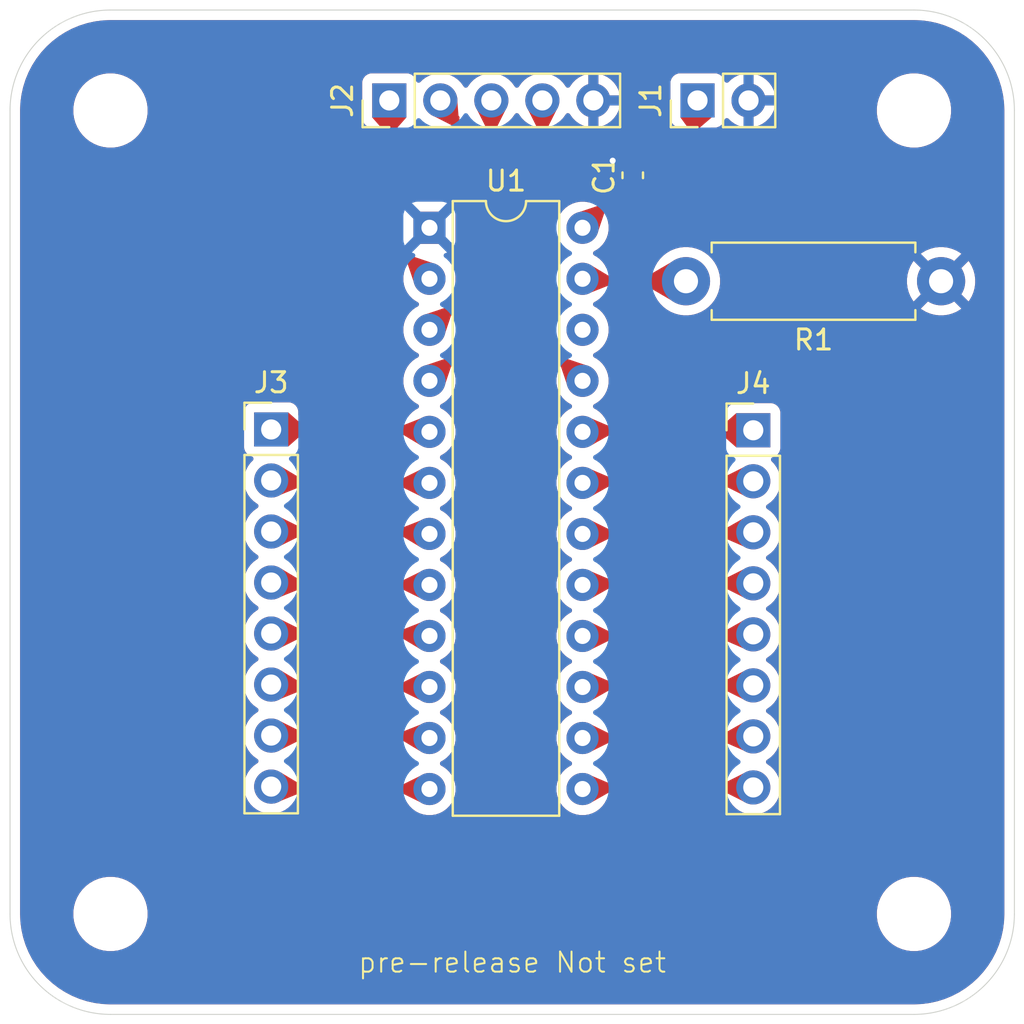
<source format=kicad_pcb>
(kicad_pcb (version 20241229) (generator "pcbnew") (generator_version "9.0")
  (title_block (title "DM13A breakout board") (date "${DATE}") (rev "{$VERSION}") (company "Neil Enns") (comment 1 "License: MIT"))
  (layers (0 "F.Cu" signal) (2 "B.Cu" signal) (13 "F.Paste" user) (15 "B.Paste" user) (5 "F.SilkS" user "F.Silkscreen") (7 "B.SilkS" user "B.Silkscreen") (1 "F.Mask" user) (3 "B.Mask" user) (25 "Edge.Cuts" user))
  (property "DATE" "Not set")
  (property "VERSION" "pre-release")
  (net 0 "")
  (net 1 "GND")
  (net 2 "+5V")
  (net 3 "Net-(J3-Pin_4)")
  (net 4 "Net-(J3-Pin_5)")
  (net 5 "Net-(J3-Pin_7)")
  (net 6 "Net-(J3-Pin_8)")
  (net 7 "Net-(J3-Pin_2)")
  (net 8 "Net-(J3-Pin_6)")
  (net 9 "Net-(J3-Pin_3)")
  (net 10 "Net-(J3-Pin_1)")
  (net 11 "Net-(J4-Pin_8)")
  (net 12 "Net-(J4-Pin_6)")
  (net 13 "Net-(J4-Pin_7)")
  (net 14 "Net-(J4-Pin_5)")
  (net 15 "Net-(J4-Pin_3)")
  (net 16 "Net-(J4-Pin_1)")
  (net 17 "Net-(J4-Pin_2)")
  (net 18 "Net-(J4-Pin_4)")
  (net 19 "/LATCH")
  (net 20 "/BRIGHTNESS")
  (net 21 "/DATA")
  (net 22 "/CLOCK")
  (net 23 "Net-(U1-REXT)")
  (footprint "MountingHole:MountingHole_3.2mm_M3" (layer "F.Cu") (at 95 95)
    (property "Reference" "H4" (hide yes))
    (property "Value" "MountingHole" (hide yes))
    (pad "" np_thru_hole circle (at 0 0) (size 3.2 3.2) (drill 3.2) (layers "*.Cu" "*.Mask"))
  )
  (footprint "Connector_PinHeader_2.54mm:PinHeader_1x02_P2.54mm_Vertical" (layer "F.Cu") (at 84.225 54.5 90)
    (property "Reference" "J1" (at 0 -2.33 90) (layer "F.SilkS"))
    (property "Value" "Conn_01x02" (hide yes))
    (fp_line (start -1.33 -1.33) (end 0 -1.33) (stroke (width 0.12)) (layer "F.SilkS"))
    (fp_line (start -1.33 0) (end -1.33 -1.33) (stroke (width 0.12)) (layer "F.SilkS"))
    (fp_line (start 1.33 1.27) (end 1.33 3.87) (stroke (width 0.12)) (layer "F.SilkS"))
    (fp_line (start -1.33 1.27) (end 1.33 1.27) (stroke (width 0.12)) (layer "F.SilkS"))
    (fp_line (start -1.33 1.27) (end -1.33 3.87) (stroke (width 0.12)) (layer "F.SilkS"))
    (fp_line (start -1.33 3.87) (end 1.33 3.87) (stroke (width 0.12)) (layer "F.SilkS"))
    (pad "1" thru_hole rect (at 0 0 90) (size 1.7 1.7) (drill 1) (layers "*.Cu" "*.Mask") (net 2 "+5V"))
    (pad "2" thru_hole oval (at 0 2.54 90) (size 1.7 1.7) (drill 1) (layers "*.Cu" "*.Mask") (net 1 "GND"))
  )
  (footprint "Resistor_THT:R_Axial_DIN0411_L9.9mm_D3.6mm_P12.70mm_Horizontal" (layer "F.Cu") (at 96.35 63.5 180)
    (property "Reference" "R1" (at 6.35 -2.92 0) (layer "F.SilkS"))
    (property "Value" "5k")
    (fp_line (start 11.42 1.92) (end 11.42 1.44) (stroke (width 0.12)) (layer "F.SilkS"))
    (fp_line (start 11.42 -1.92) (end 11.42 -1.44) (stroke (width 0.12)) (layer "F.SilkS"))
    (fp_line (start 1.28 1.92) (end 11.42 1.92) (stroke (width 0.12)) (layer "F.SilkS"))
    (fp_line (start 1.28 1.44) (end 1.28 1.92) (stroke (width 0.12)) (layer "F.SilkS"))
    (fp_line (start 1.28 -1.44) (end 1.28 -1.92) (stroke (width 0.12)) (layer "F.SilkS"))
    (fp_line (start 1.28 -1.92) (end 11.42 -1.92) (stroke (width 0.12)) (layer "F.SilkS"))
    (pad "1" thru_hole circle (at 0 0 180) (size 2.4 2.4) (drill 1.2) (layers "*.Cu" "*.Mask") (net 1 "GND"))
    (pad "2" thru_hole oval (at 12.7 0 180) (size 2.4 2.4) (drill 1.2) (layers "*.Cu" "*.Mask") (net 23 "Net-(U1-REXT)"))
  )
  (footprint "Connector_PinHeader_2.54mm:PinHeader_1x05_P2.54mm_Vertical" (layer "F.Cu") (at 68.88 54.5 90)
    (property "Reference" "J2" (at 0 -2.33 90) (layer "F.SilkS"))
    (property "Value" "Conn_01x05" (hide yes))
    (fp_line (start -1.33 -1.33) (end 0 -1.33) (stroke (width 0.12)) (layer "F.SilkS"))
    (fp_line (start -1.33 0) (end -1.33 -1.33) (stroke (width 0.12)) (layer "F.SilkS"))
    (fp_line (start 1.33 1.27) (end 1.33 11.49) (stroke (width 0.12)) (layer "F.SilkS"))
    (fp_line (start -1.33 1.27) (end 1.33 1.27) (stroke (width 0.12)) (layer "F.SilkS"))
    (fp_line (start -1.33 1.27) (end -1.33 11.49) (stroke (width 0.12)) (layer "F.SilkS"))
    (fp_line (start -1.33 11.49) (end 1.33 11.49) (stroke (width 0.12)) (layer "F.SilkS"))
    (pad "1" thru_hole rect (at 0 0 90) (size 1.7 1.7) (drill 1) (layers "*.Cu" "*.Mask") (net 21 "/DATA"))
    (pad "2" thru_hole oval (at 0 2.54 90) (size 1.7 1.7) (drill 1) (layers "*.Cu" "*.Mask") (net 22 "/CLOCK"))
    (pad "3" thru_hole oval (at 0 5.08 90) (size 1.7 1.7) (drill 1) (layers "*.Cu" "*.Mask") (net 19 "/LATCH"))
    (pad "4" thru_hole oval (at 0 7.62 90) (size 1.7 1.7) (drill 1) (layers "*.Cu" "*.Mask") (net 20 "/BRIGHTNESS"))
    (pad "5" thru_hole oval (at 0 10.16 90) (size 1.7 1.7) (drill 1) (layers "*.Cu" "*.Mask") (net 1 "GND"))
  )
  (footprint "Connector_PinHeader_2.54mm:PinHeader_1x08_P2.54mm_Vertical" (layer "F.Cu") (at 63 70.88)
    (property "Reference" "J3" (at 0 -2.33 0) (layer "F.SilkS"))
    (property "Value" "Conn_01x08")
    (fp_line (start -1.33 -1.33) (end 0 -1.33) (stroke (width 0.12)) (layer "F.SilkS"))
    (fp_line (start -1.33 0) (end -1.33 -1.33) (stroke (width 0.12)) (layer "F.SilkS"))
    (fp_line (start -1.33 1.27) (end -1.33 19.11) (stroke (width 0.12)) (layer "F.SilkS"))
    (fp_line (start -1.33 1.27) (end 1.33 1.27) (stroke (width 0.12)) (layer "F.SilkS"))
    (fp_line (start -1.33 19.11) (end 1.33 19.11) (stroke (width 0.12)) (layer "F.SilkS"))
    (fp_line (start 1.33 1.27) (end 1.33 19.11) (stroke (width 0.12)) (layer "F.SilkS"))
    (pad "1" thru_hole rect (at 0 0) (size 1.7 1.7) (drill 1) (layers "*.Cu" "*.Mask") (net 10 "Net-(J3-Pin_1)"))
    (pad "2" thru_hole oval (at 0 2.54) (size 1.7 1.7) (drill 1) (layers "*.Cu" "*.Mask") (net 7 "Net-(J3-Pin_2)"))
    (pad "3" thru_hole oval (at 0 5.08) (size 1.7 1.7) (drill 1) (layers "*.Cu" "*.Mask") (net 9 "Net-(J3-Pin_3)"))
    (pad "4" thru_hole oval (at 0 7.62) (size 1.7 1.7) (drill 1) (layers "*.Cu" "*.Mask") (net 3 "Net-(J3-Pin_4)"))
    (pad "5" thru_hole oval (at 0 10.16) (size 1.7 1.7) (drill 1) (layers "*.Cu" "*.Mask") (net 4 "Net-(J3-Pin_5)"))
    (pad "6" thru_hole oval (at 0 12.7) (size 1.7 1.7) (drill 1) (layers "*.Cu" "*.Mask") (net 8 "Net-(J3-Pin_6)"))
    (pad "7" thru_hole oval (at 0 15.24) (size 1.7 1.7) (drill 1) (layers "*.Cu" "*.Mask") (net 5 "Net-(J3-Pin_7)"))
    (pad "8" thru_hole oval (at 0 17.78) (size 1.7 1.7) (drill 1) (layers "*.Cu" "*.Mask") (net 6 "Net-(J3-Pin_8)"))
  )
  (footprint "MountingHole:MountingHole_3.2mm_M3" (layer "F.Cu") (at 55 55)
    (property "Reference" "H1" (hide yes))
    (property "Value" "MountingHole" (hide yes))
    (pad "" np_thru_hole circle (at 0 0) (size 3.2 3.2) (drill 3.2) (layers "*.Cu" "*.Mask"))
  )
  (footprint "Capacitor_SMD:C_0603_1608Metric" (layer "F.Cu") (at 81 58.225 90)
    (property "Reference" "C1" (at 0 -1.43 90) (layer "F.SilkS"))
    (property "Value" "0.1uF")
    (fp_line (start -0.14058 -0.51) (end 0.14058 -0.51) (stroke (width 0.12)) (layer "F.SilkS"))
    (fp_line (start -0.14058 0.51) (end 0.14058 0.51) (stroke (width 0.12)) (layer "F.SilkS"))
    (pad "1" smd roundrect (at -0.775 0 90) (size 0.9 0.95) (layers "F.Cu" "F.Mask" "F.Paste") (net 2 "+5V"))
    (pad "2" smd roundrect (at 0.775 0 90) (size 0.9 0.95) (layers "F.Cu" "F.Mask" "F.Paste") (net 1 "GND"))
  )
  (footprint "Connector_PinHeader_2.54mm:PinHeader_1x08_P2.54mm_Vertical" (layer "F.Cu") (at 87 70.92)
    (property "Reference" "J4" (at 0 -2.33 0) (layer "F.SilkS"))
    (property "Value" "Conn_01x08")
    (fp_line (start -1.33 -1.33) (end 0 -1.33) (stroke (width 0.12)) (layer "F.SilkS"))
    (fp_line (start -1.33 0) (end -1.33 -1.33) (stroke (width 0.12)) (layer "F.SilkS"))
    (fp_line (start -1.33 1.27) (end -1.33 19.11) (stroke (width 0.12)) (layer "F.SilkS"))
    (fp_line (start -1.33 1.27) (end 1.33 1.27) (stroke (width 0.12)) (layer "F.SilkS"))
    (fp_line (start -1.33 19.11) (end 1.33 19.11) (stroke (width 0.12)) (layer "F.SilkS"))
    (fp_line (start 1.33 1.27) (end 1.33 19.11) (stroke (width 0.12)) (layer "F.SilkS"))
    (pad "1" thru_hole rect (at 0 0) (size 1.7 1.7) (drill 1) (layers "*.Cu" "*.Mask") (net 16 "Net-(J4-Pin_1)"))
    (pad "2" thru_hole oval (at 0 2.54) (size 1.7 1.7) (drill 1) (layers "*.Cu" "*.Mask") (net 17 "Net-(J4-Pin_2)"))
    (pad "3" thru_hole oval (at 0 5.08) (size 1.7 1.7) (drill 1) (layers "*.Cu" "*.Mask") (net 15 "Net-(J4-Pin_3)"))
    (pad "4" thru_hole oval (at 0 7.62) (size 1.7 1.7) (drill 1) (layers "*.Cu" "*.Mask") (net 18 "Net-(J4-Pin_4)"))
    (pad "5" thru_hole oval (at 0 10.16) (size 1.7 1.7) (drill 1) (layers "*.Cu" "*.Mask") (net 14 "Net-(J4-Pin_5)"))
    (pad "6" thru_hole oval (at 0 12.7) (size 1.7 1.7) (drill 1) (layers "*.Cu" "*.Mask") (net 12 "Net-(J4-Pin_6)"))
    (pad "7" thru_hole oval (at 0 15.24) (size 1.7 1.7) (drill 1) (layers "*.Cu" "*.Mask") (net 13 "Net-(J4-Pin_7)"))
    (pad "8" thru_hole oval (at 0 17.78) (size 1.7 1.7) (drill 1) (layers "*.Cu" "*.Mask") (net 11 "Net-(J4-Pin_8)"))
  )
  (footprint "MountingHole:MountingHole_3.2mm_M3" (layer "F.Cu") (at 55 95)
    (property "Reference" "H3" (hide yes))
    (property "Value" "MountingHole" (hide yes))
    (pad "" np_thru_hole circle (at 0 0) (size 3.2 3.2) (drill 3.2) (layers "*.Cu" "*.Mask"))
  )
  (footprint "Package_DIP:DIP-24_W7.62mm" (layer "F.Cu") (at 70.88 60.84)
    (property "Reference" "U1" (at 3.81 -2.33 0) (layer "F.SilkS"))
    (property "Value" "DM13A" (hide yes))
    (fp_line (start 1.16 -1.33) (end 1.16 29.27) (stroke (width 0.12)) (layer "F.SilkS"))
    (fp_line (start 1.16 29.27) (end 6.46 29.27) (stroke (width 0.12)) (layer "F.SilkS"))
    (fp_line (start 2.81 -1.33) (end 1.16 -1.33) (stroke (width 0.12)) (layer "F.SilkS"))
    (fp_line (start 6.46 -1.33) (end 4.81 -1.33) (stroke (width 0.12)) (layer "F.SilkS"))
    (fp_line (start 6.46 29.27) (end 6.46 -1.33) (stroke (width 0.12)) (layer "F.SilkS"))
    (fp_arc (start 4.81 -1.33) (mid 3.81 -0.33) (end 2.81 -1.33) (stroke (width 0.12)) (layer "F.SilkS"))
    (pad "1" thru_hole roundrect (at 0 0) (size 1.6 1.6) (drill 0.8) (layers "*.Cu" "*.Mask") (roundrect_rratio 0.15625) (net 1 "GND"))
    (pad "2" thru_hole circle (at 0 2.54) (size 1.6 1.6) (drill 0.8) (layers "*.Cu" "*.Mask") (net 21 "/DATA"))
    (pad "3" thru_hole circle (at 0 5.08) (size 1.6 1.6) (drill 0.8) (layers "*.Cu" "*.Mask") (net 22 "/CLOCK"))
    (pad "4" thru_hole circle (at 0 7.62) (size 1.6 1.6) (drill 0.8) (layers "*.Cu" "*.Mask") (net 19 "/LATCH"))
    (pad "5" thru_hole circle (at 0 10.16) (size 1.6 1.6) (drill 0.8) (layers "*.Cu" "*.Mask") (net 10 "Net-(J3-Pin_1)"))
    (pad "6" thru_hole circle (at 0 12.7) (size 1.6 1.6) (drill 0.8) (layers "*.Cu" "*.Mask") (net 7 "Net-(J3-Pin_2)"))
    (pad "7" thru_hole circle (at 0 15.24) (size 1.6 1.6) (drill 0.8) (layers "*.Cu" "*.Mask") (net 9 "Net-(J3-Pin_3)"))
    (pad "8" thru_hole circle (at 0 17.78) (size 1.6 1.6) (drill 0.8) (layers "*.Cu" "*.Mask") (net 3 "Net-(J3-Pin_4)"))
    (pad "9" thru_hole circle (at 0 20.32) (size 1.6 1.6) (drill 0.8) (layers "*.Cu" "*.Mask") (net 4 "Net-(J3-Pin_5)"))
    (pad "10" thru_hole circle (at 0 22.86) (size 1.6 1.6) (drill 0.8) (layers "*.Cu" "*.Mask") (net 8 "Net-(J3-Pin_6)"))
    (pad "11" thru_hole circle (at 0 25.4) (size 1.6 1.6) (drill 0.8) (layers "*.Cu" "*.Mask") (net 5 "Net-(J3-Pin_7)"))
    (pad "12" thru_hole circle (at 0 27.94) (size 1.6 1.6) (drill 0.8) (layers "*.Cu" "*.Mask") (net 6 "Net-(J3-Pin_8)"))
    (pad "13" thru_hole circle (at 7.62 27.94) (size 1.6 1.6) (drill 0.8) (layers "*.Cu" "*.Mask") (net 11 "Net-(J4-Pin_8)"))
    (pad "14" thru_hole circle (at 7.62 25.4) (size 1.6 1.6) (drill 0.8) (layers "*.Cu" "*.Mask") (net 13 "Net-(J4-Pin_7)"))
    (pad "15" thru_hole circle (at 7.62 22.86) (size 1.6 1.6) (drill 0.8) (layers "*.Cu" "*.Mask") (net 12 "Net-(J4-Pin_6)"))
    (pad "16" thru_hole circle (at 7.62 20.32) (size 1.6 1.6) (drill 0.8) (layers "*.Cu" "*.Mask") (net 14 "Net-(J4-Pin_5)"))
    (pad "17" thru_hole circle (at 7.62 17.78) (size 1.6 1.6) (drill 0.8) (layers "*.Cu" "*.Mask") (net 18 "Net-(J4-Pin_4)"))
    (pad "18" thru_hole circle (at 7.62 15.24) (size 1.6 1.6) (drill 0.8) (layers "*.Cu" "*.Mask") (net 15 "Net-(J4-Pin_3)"))
    (pad "19" thru_hole circle (at 7.62 12.7) (size 1.6 1.6) (drill 0.8) (layers "*.Cu" "*.Mask") (net 17 "Net-(J4-Pin_2)"))
    (pad "20" thru_hole circle (at 7.62 10.16) (size 1.6 1.6) (drill 0.8) (layers "*.Cu" "*.Mask") (net 16 "Net-(J4-Pin_1)"))
    (pad "21" thru_hole circle (at 7.62 7.62) (size 1.6 1.6) (drill 0.8) (layers "*.Cu" "*.Mask") (net 20 "/BRIGHTNESS"))
    (pad "22" thru_hole circle (at 7.62 5.08) (size 1.6 1.6) (drill 0.8) (layers "*.Cu" "*.Mask"))
    (pad "23" thru_hole circle (at 7.62 2.54) (size 1.6 1.6) (drill 0.8) (layers "*.Cu" "*.Mask") (net 23 "Net-(U1-REXT)"))
    (pad "24" thru_hole circle (at 7.62 0) (size 1.6 1.6) (drill 0.8) (layers "*.Cu" "*.Mask") (net 2 "+5V"))
  )
  (footprint "MountingHole:MountingHole_3.2mm_M3" (layer "F.Cu") (at 95 55)
    (property "Reference" "H2" (hide yes))
    (property "Value" "MountingHole" (hide yes))
    (pad "" np_thru_hole circle (at 0 0) (size 3.2 3.2) (drill 3.2) (layers "*.Cu" "*.Mask"))
  )
  (gr_line (start 55 50) (end 95 50) (stroke (width 0.05)) (layer "Edge.Cuts"))
  (gr_line (start 50 95) (end 50 55) (stroke (width 0.05)) (layer "Edge.Cuts"))
  (gr_line (start 100 55) (end 100 95) (stroke (width 0.05)) (layer "Edge.Cuts"))
  (gr_arc (start 55 100) (mid 51.464466 98.535534) (end 50 95) (stroke (width 0.05)) (layer "Edge.Cuts"))
  (gr_arc (start 95 50) (mid 98.535534 51.464466) (end 100 55) (stroke (width 0.05)) (layer "Edge.Cuts"))
  (gr_arc (start 100 95) (mid 98.535534 98.535534) (end 95 100) (stroke (width 0.05)) (layer "Edge.Cuts"))
  (gr_arc (start 50 55) (mid 51.464466 51.464466) (end 55 50) (stroke (width 0.05)) (layer "Edge.Cuts"))
  (gr_line (start 95 100) (end 55 100) (stroke (width 0.05)) (layer "Edge.Cuts"))
  (gr_text "${VERSION} ${DATE}" (at 75 98 0) (layer "F.SilkS") (effects (font (size 1 1) (thickness 0.1)) (justify bottom)))
  (segment (start 80.05 57.45) (end 80 57.5) (width 0.2) (layer "F.Cu") (net 1))
  (segment (start 81 57.45) (end 80.05 57.45) (width 0.2) (layer "F.Cu") (net 1))
  (via (at 80 57.5) (size 0.6) (drill 0.3) (layers "F.Cu" "B.Cu") (net 1))
  (segment (start 81 59) (end 80.34 59) (width 0.2) (layer "F.Cu") (net 2))
  (segment (start 81 59) (end 84.225 55.775) (width 0.2) (layer "F.Cu") (net 2))
  (segment (start 80.34 59) (end 78.5 60.84) (width 0.2) (layer "F.Cu") (net 2))
  (segment (start 84.225 55.775) (end 84.225 54.5) (width 0.2) (layer "F.Cu") (net 2))
  (segment (start 63.12 78.62) (end 63 78.5) (width 0.2) (layer "F.Cu") (net 3))
  (segment (start 70.88 78.62) (end 63.12 78.62) (width 0.2) (layer "F.Cu") (net 3))
  (segment (start 63 81.04) (end 70.76 81.04) (width 0.2) (layer "F.Cu") (net 4))
  (segment (start 70.76 81.04) (end 70.88 81.16) (width 0.2) (layer "F.Cu") (net 4))
  (segment (start 70.76 86.12) (end 70.88 86.24) (width 0.2) (layer "F.Cu") (net 5))
  (segment (start 63 86.12) (end 70.76 86.12) (width 0.2) (layer "F.Cu") (net 5))
  (segment (start 63.12 88.78) (end 63 88.66) (width 0.2) (layer "F.Cu") (net 6))
  (segment (start 70.88 88.78) (end 63.12 88.78) (width 0.2) (layer "F.Cu") (net 6))
  (segment (start 63.12 73.54) (end 63 73.42) (width 0.2) (layer "F.Cu") (net 7))
  (segment (start 70.88 73.54) (end 63.12 73.54) (width 0.2) (layer "F.Cu") (net 7))
  (segment (start 70.88 83.7) (end 63.12 83.7) (width 0.2) (layer "F.Cu") (net 8))
  (segment (start 63.12 83.7) (end 63 83.58) (width 0.2) (layer "F.Cu") (net 8))
  (segment (start 63 75.96) (end 70.76 75.96) (width 0.2) (layer "F.Cu") (net 9))
  (segment (start 70.76 75.96) (end 70.88 76.08) (width 0.2) (layer "F.Cu") (net 9))
  (segment (start 63 70.88) (end 70.76 70.88) (width 0.2) (layer "F.Cu") (net 10))
  (segment (start 70.76 70.88) (end 70.88 71) (width 0.2) (layer "F.Cu") (net 10))
  (segment (start 87 88.7) (end 78.58 88.7) (width 0.2) (layer "F.Cu") (net 11))
  (segment (start 78.58 88.7) (end 78.5 88.78) (width 0.2) (layer "F.Cu") (net 11))
  (segment (start 87 83.62) (end 78.58 83.62) (width 0.2) (layer "F.Cu") (net 12))
  (segment (start 78.58 83.62) (end 78.5 83.7) (width 0.2) (layer "F.Cu") (net 12))
  (segment (start 86.92 86.24) (end 87 86.16) (width 0.2) (layer "F.Cu") (net 13))
  (segment (start 78.5 86.24) (end 86.92 86.24) (width 0.2) (layer "F.Cu") (net 13))
  (segment (start 78.5 81.16) (end 86.92 81.16) (width 0.2) (layer "F.Cu") (net 14))
  (segment (start 86.92 81.16) (end 87 81.08) (width 0.2) (layer "F.Cu") (net 14))
  (segment (start 78.5 76.08) (end 86.92 76.08) (width 0.2) (layer "F.Cu") (net 15))
  (segment (start 86.92 76.08) (end 87 76) (width 0.2) (layer "F.Cu") (net 15))
  (segment (start 78.5 71) (end 79 71) (width 0.2) (layer "F.Cu") (net 16))
  (segment (start 79 71) (end 79.08 70.92) (width 0.2) (layer "F.Cu") (net 16))
  (segment (start 79.08 70.92) (end 87 70.92) (width 0.2) (layer "F.Cu") (net 16))
  (segment (start 87 73.46) (end 78.58 73.46) (width 0.2) (layer "F.Cu") (net 17))
  (segment (start 78.58 73.46) (end 78.5 73.54) (width 0.2) (layer "F.Cu") (net 17))
  (segment (start 87 78.54) (end 78.58 78.54) (width 0.2) (layer "F.Cu") (net 18))
  (segment (start 78.58 78.54) (end 78.5 78.62) (width 0.2) (layer "F.Cu") (net 18))
  (segment (start 73.96 65.38) (end 70.88 68.46) (width 0.2) (layer "F.Cu") (net 19))
  (segment (start 73.96 54.5) (end 73.96 65.38) (width 0.2) (layer "F.Cu") (net 19))
  (segment (start 76.5 54.5) (end 76.5 66.46) (width 0.2) (layer "F.Cu") (net 20))
  (segment (start 76.5 66.46) (end 78.5 68.46) (width 0.2) (layer "F.Cu") (net 20))
  (segment (start 68.88 54.5) (end 68.88 61.38) (width 0.2) (layer "F.Cu") (net 21))
  (segment (start 68.88 61.38) (end 70.88 63.38) (width 0.2) (layer "F.Cu") (net 21))
  (segment (start 70.88 65.92) (end 72.27 64.53) (width 0.2) (layer "F.Cu") (net 22))
  (segment (start 72.27 55.35) (end 71.42 54.5) (width 0.2) (layer "F.Cu") (net 22))
  (segment (start 72.27 64.53) (end 72.27 55.35) (width 0.2) (layer "F.Cu") (net 22))
  (segment (start 78.62 63.5) (end 78.5 63.38) (width 0.2) (layer "F.Cu") (net 23))
  (segment (start 83.65 63.5) (end 78.62 63.5) (width 0.2) (layer "F.Cu") (net 23))
  (zone (net 1) (net_name "GND") (layers "F.Cu" "B.Cu") (connect_pads (clearance 0.5)) (min_thickness 0.25) (fill yes (thermal_gap 0.5) (thermal_bridge_width 0.5))
    (polygon (pts (xy 49.5 49.5) (xy 49.5 100.5) (xy 100.5 100.5) (xy 100.5 49.5)))
  )
)
</source>
